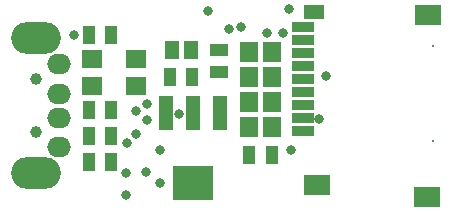
<source format=gbs>
G04*
G04 #@! TF.GenerationSoftware,Altium Limited,Altium Designer,20.0.2 (26)*
G04*
G04 Layer_Color=16711935*
%FSLAX25Y25*%
%MOIN*%
G70*
G01*
G75*
%ADD17R,0.04540X0.05918*%
%ADD19R,0.04343X0.06115*%
%ADD25C,0.00800*%
%ADD26O,0.07887X0.06706*%
%ADD27O,0.16548X0.10642*%
%ADD28C,0.03950*%
%ADD29C,0.03300*%
%ADD51R,0.07099X0.06312*%
%ADD52R,0.04737X0.11430*%
%ADD53R,0.13792X0.11430*%
%ADD54R,0.06115X0.04343*%
%ADD55R,0.07800X0.03800*%
%ADD56R,0.06800X0.04800*%
%ADD57R,0.08800X0.06800*%
%ADD58R,0.05918X0.06706*%
D17*
X400953Y323539D02*
D03*
X407449D02*
D03*
D19*
X373260Y303500D02*
D03*
X380740D02*
D03*
X380740Y328500D02*
D03*
X373260D02*
D03*
X373260Y294750D02*
D03*
X380740D02*
D03*
X373260Y286000D02*
D03*
X380740D02*
D03*
X407689Y314335D02*
D03*
X400209D02*
D03*
X434240Y288500D02*
D03*
X426760D02*
D03*
D25*
X488000Y324693D02*
D03*
Y293000D02*
D03*
D26*
X363374Y318638D02*
D03*
Y308795D02*
D03*
Y300921D02*
D03*
Y291079D02*
D03*
D27*
X355500Y327299D02*
D03*
Y282417D02*
D03*
D28*
Y313717D02*
D03*
Y296000D02*
D03*
D29*
X440000Y337000D02*
D03*
X438000Y329000D02*
D03*
X432500D02*
D03*
X385500Y275000D02*
D03*
X452400Y314900D02*
D03*
X450000Y300500D02*
D03*
X440500Y290000D02*
D03*
X372965Y294750D02*
D03*
X392143Y282909D02*
D03*
X397000Y290000D02*
D03*
X385500Y282500D02*
D03*
X389000Y303000D02*
D03*
Y295500D02*
D03*
X403335Y302165D02*
D03*
X386000Y292500D02*
D03*
X392500Y300000D02*
D03*
Y305500D02*
D03*
X368311Y328500D02*
D03*
X413000Y336500D02*
D03*
X397000Y279000D02*
D03*
X420000Y330500D02*
D03*
X424000Y331000D02*
D03*
X445394Y313856D02*
D03*
X443150Y322471D02*
D03*
X442750Y305225D02*
D03*
X373260Y286000D02*
D03*
D51*
X389113Y311472D02*
D03*
X374152D02*
D03*
Y320528D02*
D03*
X389113D02*
D03*
D52*
X398894Y302331D02*
D03*
X407949D02*
D03*
X417004D02*
D03*
D53*
X407949Y279102D02*
D03*
D54*
X416583Y316059D02*
D03*
Y323539D02*
D03*
D55*
X444745Y326883D02*
D03*
Y296346D02*
D03*
Y305071D02*
D03*
Y313796D02*
D03*
Y331246D02*
D03*
Y322521D02*
D03*
Y318158D02*
D03*
Y309433D02*
D03*
Y300708D02*
D03*
D56*
X448245Y336046D02*
D03*
D57*
X486145Y335146D02*
D03*
X449245Y278346D02*
D03*
X485845Y274546D02*
D03*
D58*
X434240Y297699D02*
D03*
X426760D02*
D03*
X434240Y314366D02*
D03*
X426760D02*
D03*
X434240Y306033D02*
D03*
X426760D02*
D03*
X434240Y322699D02*
D03*
X426760D02*
D03*
M02*

</source>
